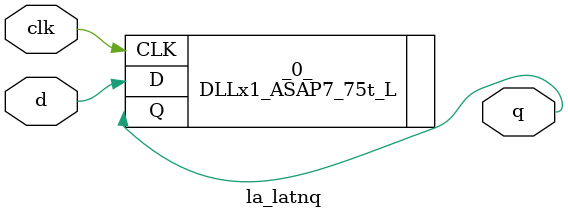
<source format=v>

/* Generated by Yosys 0.37 (git sha1 a5c7f69ed, clang 14.0.0-1ubuntu1.1 -fPIC -Os) */

module la_latnq(d, clk, q);
  input clk;
  wire clk;
  input d;
  wire d;
  output q;
  wire q;
  DLLx1_ASAP7_75t_L _0_ (
    .CLK(clk),
    .D(d),
    .Q(q)
  );
endmodule

</source>
